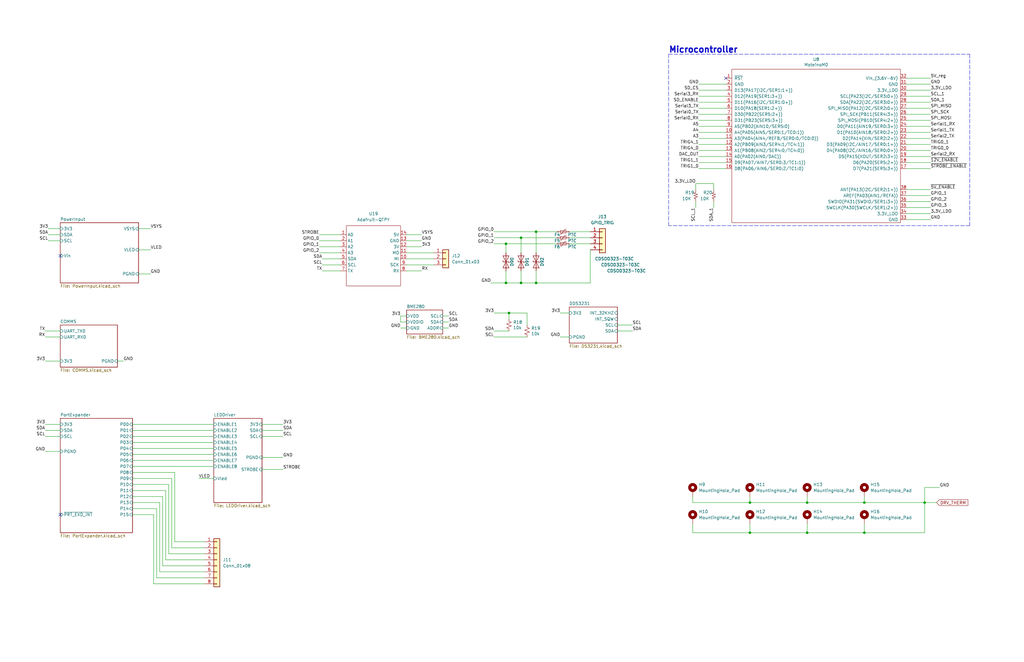
<source format=kicad_sch>
(kicad_sch (version 20211123) (generator eeschema)
  (paper "B")
  (title_block (title "BUM2 LED Controller") (date "2023-01-10") (rev "A"))
  (lib_symbols
    (symbol "Connector_Generic:Conn_01x03" (pin_names (offset 1.016) hide)
      (property "Reference" "J" (at 0 5.08 0))
      (property "Value" "Conn_01x03" (at 0 -5.08 0))
      (symbol "Conn_01x03_1_1"
        (rectangle (start -1.27 -2.413) (end 0 -2.667) (stroke (width 0.1524)))
        (rectangle (start -1.27 0.127) (end 0 -0.127) (stroke (width 0.1524)))
        (rectangle (start -1.27 2.667) (end 0 2.413) (stroke (width 0.1524)))
        (rectangle (start -1.27 3.81) (end 1.27 -3.81) (stroke (width 0.254)) (fill (type background)))
        (pin passive line (at -5.08 2.54 0) (length 3.81) (name "Pin_1") (number "1"))
        (pin passive line (at -5.08 0 0) (length 3.81) (name "Pin_2") (number "2"))
        (pin passive line (at -5.08 -2.54 0) (length 3.81) (name "Pin_3") (number "3"))
      )
    )
    (symbol "Connector_Generic:Conn_01x04" (pin_names (offset 1.016) hide)
      (property "Reference" "J" (at 0 5.08 0))
      (property "Value" "Conn_01x04" (at 0 -7.62 0))
      (symbol "Conn_01x04_1_1"
        (rectangle (start -1.27 -4.953) (end 0 -5.207) (stroke (width 0.1524)))
        (rectangle (start -1.27 -2.413) (end 0 -2.667) (stroke (width 0.1524)))
        (rectangle (start -1.27 0.127) (end 0 -0.127) (stroke (width 0.1524)))
        (rectangle (start -1.27 2.667) (end 0 2.413) (stroke (width 0.1524)))
        (rectangle (start -1.27 3.81) (end 1.27 -6.35) (stroke (width 0.254)) (fill (type background)))
        (pin passive line (at -5.08 2.54 0) (length 3.81) (name "Pin_1") (number "1"))
        (pin passive line (at -5.08 0 0) (length 3.81) (name "Pin_2") (number "2"))
        (pin passive line (at -5.08 -2.54 0) (length 3.81) (name "Pin_3") (number "3"))
        (pin passive line (at -5.08 -5.08 0) (length 3.81) (name "Pin_4") (number "4"))
      )
    )
    (symbol "Connector_Generic:Conn_01x08" (pin_names (offset 1.016) hide)
      (property "Reference" "J" (at 0 10.16 0))
      (property "Value" "Conn_01x08" (at 0 -12.7 0))
      (symbol "Conn_01x08_1_1"
        (rectangle (start -1.27 -10.033) (end 0 -10.287) (stroke (width 0.1524)))
        (rectangle (start -1.27 -7.493) (end 0 -7.747) (stroke (width 0.1524)))
        (rectangle (start -1.27 -4.953) (end 0 -5.207) (stroke (width 0.1524)))
        (rectangle (start -1.27 -2.413) (end 0 -2.667) (stroke (width 0.1524)))
        (rectangle (start -1.27 0.127) (end 0 -0.127) (stroke (width 0.1524)))
        (rectangle (start -1.27 2.667) (end 0 2.413) (stroke (width 0.1524)))
        (rectangle (start -1.27 5.207) (end 0 4.953) (stroke (width 0.1524)))
        (rectangle (start -1.27 7.747) (end 0 7.493) (stroke (width 0.1524)))
        (rectangle (start -1.27 8.89) (end 1.27 -11.43) (stroke (width 0.254)) (fill (type background)))
        (pin passive line (at -5.08 7.62 0) (length 3.81) (name "Pin_1") (number "1"))
        (pin passive line (at -5.08 5.08 0) (length 3.81) (name "Pin_2") (number "2"))
        (pin passive line (at -5.08 2.54 0) (length 3.81) (name "Pin_3") (number "3"))
        (pin passive line (at -5.08 0 0) (length 3.81) (name "Pin_4") (number "4"))
        (pin passive line (at -5.08 -2.54 0) (length 3.81) (name "Pin_5") (number "5"))
        (pin passive line (at -5.08 -5.08 0) (length 3.81) (name "Pin_6") (number "6"))
        (pin passive line (at -5.08 -7.62 0) (length 3.81) (name "Pin_7") (number "7"))
        (pin passive line (at -5.08 -10.16 0) (length 3.81) (name "Pin_8") (number "8"))
      )
    )
    (symbol "Device:R_Small_US" (pin_numbers hide) (pin_names (offset 0.254) hide)
      (property "Reference" "R" (at 0.762 0.508 0))
      (property "Value" "R_Small_US" (at 0.762 -1.016 0))
      (symbol "R_Small_US_1_1"
        (polyline (pts (xy 0 0) (xy 1.016 -0.381) (xy 0 -0.762) (xy -1.016 -1.143) (xy 0 -1.524)))
        (polyline (pts (xy 0 1.524) (xy 1.016 1.143) (xy 0 0.762) (xy -1.016 0.381) (xy 0 0)))
        (pin passive line (at 0 2.54 270) (length 1.016) (name "~") (number "1"))
        (pin passive line (at 0 -2.54 90) (length 1.016) (name "~") (number "2"))
      )
    )
    (symbol "Dual-Mag-Camera-Control-rescue:D_TVS-SPC-Control-rescue" (pin_numbers hide) (pin_names (offset 1.016) hide)
      (property "Reference" "D" (at 0 2.54 0))
      (property "Value" "D_TVS-SPC-Control-rescue" (at 0 -2.54 0))
      (symbol "D_TVS-SPC-Control-rescue_0_1"
        (polyline (pts (xy 1.27 0) (xy -1.27 0)))
        (polyline (pts (xy -2.54 -1.27) (xy 0 0) (xy -2.54 1.27) (xy -2.54 -1.27)) (stroke (width 0.2032)))
        (polyline (pts (xy 0.508 1.27) (xy 0 1.27) (xy 0 -1.27) (xy -0.508 -1.27)) (stroke (width 0.2032)))
        (polyline (pts (xy 2.54 1.27) (xy 2.54 -1.27) (xy 0 0) (xy 2.54 1.27)) (stroke (width 0.2032)))
      )
      (symbol "D_TVS-SPC-Control-rescue_1_1"
        (pin passive line (at -3.81 0 0) (length 2.54) (name "A1") (number "1"))
        (pin passive line (at 3.81 0 180) (length 2.54) (name "A2") (number "2"))
      )
    )
    (symbol "Dual-Mag-Camera-Control-rescue:MoteinoM0-ProjectDevices" (pin_names (offset 1.016))
      (property "Reference" "U" (at -15.24 26.67 0))
      (property "Value" "MoteinoM0-ProjectDevices" (at 49.53 26.67 0))
      (symbol "MoteinoM0-ProjectDevices_0_1"
        (rectangle (start -16.51 25.4) (end 54.61 -39.37))
      )
      (symbol "MoteinoM0-ProjectDevices_1_1"
        (pin bidirectional line (at -19.05 21.59 0) (length 2.54) (name "~{RST}") (number "1"))
        (pin bidirectional line (at -19.05 -1.27 0) (length 2.54) (name "A4(PA05(AIN5/SER0:1/TC0:1))") (number "10"))
        (pin bidirectional line (at -19.05 -3.81 0) (length 2.54) (name "A3(PA04(AIN4/REFB/SER0:0/TC0:0))") (number "11"))
        (pin bidirectional line (at -19.05 -6.35 0) (length 2.54) (name "A2(PB09(AIN3/SER4:1/TC4:1))") (number "12"))
        (pin bidirectional line (at -19.05 -8.89 0) (length 2.54) (name "A1(PB08(AIN2/SER4:0/TC4:0))") (number "13"))
        (pin bidirectional line (at -19.05 -11.43 0) (length 2.54) (name "A0(PA02(AIN0/DAC))") (number "14"))
        (pin bidirectional line (at -19.05 -13.97 0) (length 2.54) (name "D9(PA07/AIN7/SER0:3/TC1:1))") (number "15"))
        (pin bidirectional line (at -19.05 -16.51 0) (length 2.54) (name "D8(PA06/AIN6/SER0:2/TC1:0)") (number "16"))
        (pin bidirectional line (at 57.15 -16.51 180) (length 2.54) (name "D7(PA21(SER5:3+))") (number "17"))
        (pin bidirectional line (at 57.15 -13.97 180) (length 2.54) (name "D6(PA20(SER5:2+))") (number "18"))
        (pin bidirectional line (at 57.15 -11.43 180) (length 2.54) (name "D5(PA15(XOUT/SER2:3+))") (number "19"))
        (pin bidirectional line (at -19.05 19.05 0) (length 2.54) (name "GND") (number "2"))
        (pin bidirectional line (at 57.15 -8.89 180) (length 2.54) (name "D4(PA08(I2C/AIN16/SER0:0+))") (number "20"))
        (pin bidirectional line (at 57.15 -6.35 180) (length 2.54) (name "D3(PA09(I2C/AIN17/SER0:1+))") (number "21"))
        (pin bidirectional line (at 57.15 -3.81 180) (length 2.54) (name "D2(PA14(XIN/SER2:2+))") (number "22"))
        (pin bidirectional line (at 57.15 -1.27 180) (length 2.54) (name "D1(PA10(AIN18/SER0:2+))") (number "23"))
        (pin bidirectional line (at 57.15 1.27 180) (length 2.54) (name "D0(PA11(AIN19/SER0:3+))") (number "24"))
        (pin bidirectional line (at 57.15 3.81 180) (length 2.54) (name "SPI_MOSI(PB10(SER4:2+))") (number "25"))
        (pin bidirectional line (at 57.15 6.35 180) (length 2.54) (name "SPI_SCK(PB11(SER4:3+))") (number "26"))
        (pin bidirectional line (at 57.15 8.89 180) (length 2.54) (name "SPI_MISO(PA12(I2C/SER2:0+))") (number "27"))
        (pin bidirectional line (at 57.15 11.43 180) (length 2.54) (name "SDA(PA22(I2C/SER3:0+))") (number "28"))
        (pin bidirectional line (at 57.15 13.97 180) (length 2.54) (name "SCL(PA23(I2C/SER3:0+))") (number "29"))
        (pin bidirectional line (at -19.05 16.51 0) (length 2.54) (name "D13(PA17(I2C/SER1:1+))") (number "3"))
        (pin bidirectional line (at 57.15 16.51 180) (length 2.54) (name "3.3V_LDO") (number "30"))
        (pin bidirectional line (at 57.15 19.05 180) (length 2.54) (name "GND") (number "31"))
        (pin bidirectional line (at 57.15 21.59 180) (length 2.54) (name "Vin_(3.6V-6V)") (number "32"))
        (pin bidirectional line (at 57.15 -38.1 180) (length 2.54) (name "GND") (number "33"))
        (pin bidirectional line (at 57.15 -35.56 180) (length 2.54) (name "3.3V_LDO") (number "34"))
        (pin bidirectional line (at 57.15 -33.02 180) (length 2.54) (name "SWCLK(PA30(SWCLK/SER1:2+))") (number "35"))
        (pin bidirectional line (at 57.15 -30.48 180) (length 2.54) (name "SWDIO(PA31(SWDIO/SER1:3+))") (number "36"))
        (pin bidirectional line (at 57.15 -27.94 180) (length 2.54) (name "AREF(PA03(AIN1/REFA))") (number "37"))
        (pin bidirectional line (at 57.15 -25.4 180) (length 2.54) (name "ANT(PA13(I2C/SER2:1+))") (number "38"))
        (pin bidirectional line (at -19.05 13.97 0) (length 2.54) (name "D12(PA19(SER1:3+))") (number "4"))
        (pin bidirectional line (at -19.05 11.43 0) (length 2.54) (name "D11(PA16(I2C/SER1:0+))") (number "5"))
        (pin bidirectional line (at -19.05 8.89 0) (length 2.54) (name "D10(PA18(SER1:2+))") (number "6"))
        (pin bidirectional line (at -19.05 6.35 0) (length 2.54) (name "D30(PB22(SER5:2+))") (number "7"))
        (pin bidirectional line (at -19.05 3.81 0) (length 2.54) (name "D31(PB23(SER5:3+))") (number "8"))
        (pin bidirectional line (at -19.05 1.27 0) (length 2.54) (name "A5(PB02(AIN10/SER5:0)") (number "9"))
      )
    )
    (symbol "Dual-Mag-Camera-Control-rescue:Polyfuse_Small-SPC-Control-rescue" (pin_numbers hide) (pin_names (offset 0))
      (property "Reference" "F" (at -1.905 0 90))
      (property "Value" "Polyfuse_Small-SPC-Control-rescue" (at 1.905 0 90))
      (symbol "Polyfuse_Small-SPC-Control-rescue_0_1"
        (rectangle (start -0.508 1.27) (end 0.508 -1.27))
        (polyline (pts (xy 0 2.54) (xy 0 -2.54)))
        (polyline (pts (xy -1.016 1.27) (xy -1.016 0.762) (xy 1.016 -0.762) (xy 1.016 -1.27)))
      )
      (symbol "Polyfuse_Small-SPC-Control-rescue_1_1"
        (pin passive line (at 0 2.54 270) (length 0.635) (name "~") (number "1"))
        (pin passive line (at 0 -2.54 90) (length 0.635) (name "~") (number "2"))
      )
    )
    (symbol "Dual-Mag-Camera-Control-rescue:Resistor_small-SPC-Control-rescue-DeathStar-rescue-BUMP-Control-rescue" (pin_numbers hide) (pin_names (offset 0))
      (property "Reference" "R" (at 2.032 0 90))
      (property "Value" "Resistor_small-SPC-Control-rescue-DeathStar-rescue-BUMP-Control-rescue" (at -2.032 0.254 90))
      (symbol "Resistor_small-SPC-Control-rescue-DeathStar-rescue-BUMP-Control-rescue_0_1"
        (polyline (pts (xy 0 1.27) (xy -0.762 1.016) (xy 0.762 0.508) (xy -0.762 0) (xy 0.762 -0.508) (xy -0.762 -1.016) (xy 0 -1.27)))
      )
      (symbol "Resistor_small-SPC-Control-rescue-DeathStar-rescue-BUMP-Control-rescue_1_1"
        (pin passive line (at 0 2.54 270) (length 1.27) (name "~") (number "1"))
        (pin passive line (at 0 -2.54 90) (length 1.27) (name "~") (number "2"))
      )
    )
    (symbol "Mechanical:MountingHole_Pad" (pin_numbers hide) (pin_names (offset 1.016) hide)
      (property "Reference" "H" (at 0 6.35 0))
      (property "Value" "MountingHole_Pad" (at 0 4.445 0))
      (symbol "MountingHole_Pad_0_1"
        (circle (center 0 1.27) (radius 1.27) (stroke (width 1.27)))
      )
      (symbol "MountingHole_Pad_1_1"
        (pin input line (at 0 -2.54 90) (length 2.54) (name "1") (number "1"))
      )
    )
    (symbol "ProjectDevices:Adafruit-QTPY"
      (property "Reference" "U?" (at 0 17.78 0))
      (property "Value" "Adafruit-QTPY" (at 0 15.24 0))
      (symbol "Adafruit-QTPY_0_1"
        (rectangle (start -11.43 12.7) (end 11.43 -12.7))
      )
      (symbol "Adafruit-QTPY_1_1"
        (pin bidirectional line (at -13.97 8.89 0) (length 2.54) (name "A0") (number "1"))
        (pin bidirectional line (at 13.97 -1.27 180) (length 2.54) (name "MI") (number "10"))
        (pin bidirectional line (at 13.97 1.27 180) (length 2.54) (name "MO") (number "11"))
        (pin bidirectional line (at 13.97 3.81 180) (length 2.54) (name "3V") (number "12"))
        (pin bidirectional line (at 13.97 6.35 180) (length 2.54) (name "GND") (number "13"))
        (pin bidirectional line (at 13.97 8.89 180) (length 2.54) (name "5V") (number "14"))
        (pin bidirectional line (at -13.97 6.35 0) (length 2.54) (name "A1") (number "2"))
        (pin bidirectional line (at -13.97 3.81 0) (length 2.54) (name "A2") (number "3"))
        (pin bidirectional line (at -13.97 1.27 0) (length 2.54) (name "A3") (number "4"))
        (pin bidirectional line (at -13.97 -1.27 0) (length 2.54) (name "SDA") (number "5"))
        (pin bidirectional line (at -13.97 -3.81 0) (length 2.54) (name "SCL") (number "6"))
        (pin bidirectional line (at -13.97 -6.35 0) (length 2.54) (name "TX") (number "7"))
        (pin bidirectional line (at 13.97 -6.35 180) (length 2.54) (name "RX") (number "8"))
        (pin bidirectional line (at 13.97 -3.81 180) (length 2.54) (name "SCK") (number "9"))
      )
    )
  )
  (junction (at 316.23 224.79))
  (junction (at 389.89 212.09))
  (junction (at 364.49 224.79))
  (junction (at 213.36 102.87))
  (junction (at 364.49 212.09))
  (junction (at 340.36 224.79))
  (junction (at 316.23 212.09))
  (junction (at 213.36 119.38))
  (junction (at 214.63 132.08))
  (junction (at 340.36 212.09))
  (junction (at 226.06 97.79))
  (junction (at 226.06 119.38))
  (junction (at 219.71 100.33))
  (junction (at 219.71 119.38))
  (no_connect (at 25.4 107.95))
  (no_connect (at 25.4 217.17))
  (no_connect (at 306.07 33.02))
  (wire (pts (xy 382.27 38.1) (xy 392.43 38.1)))
  (wire (pts (xy 110.49 198.12) (xy 119.38 198.12)))
  (wire (pts (xy 171.45 111.76) (xy 182.88 111.76)))
  (wire (pts (xy 213.36 102.87) (xy 213.36 106.68)))
  (wire (pts (xy 340.36 212.09) (xy 364.49 212.09)))
  (wire (pts (xy 66.04 243.84) (xy 86.36 243.84)))
  (wire (pts (xy 294.64 45.72) (xy 306.07 45.72)))
  (wire (pts (xy 389.89 224.79) (xy 389.89 212.09)))
  (wire (pts (xy 382.27 33.02) (xy 392.43 33.02)))
  (wire (pts (xy 340.36 209.55) (xy 340.36 212.09)))
  (wire (pts (xy 171.45 99.06) (xy 177.8 99.06)))
  (wire (pts (xy 55.88 201.93) (xy 72.39 201.93)))
  (wire (pts (xy 110.49 179.07) (xy 119.38 179.07)))
  (wire (pts (xy 19.05 184.15) (xy 25.4 184.15)))
  (wire (pts (xy 110.49 193.04) (xy 119.38 193.04)))
  (wire (pts (xy 294.64 48.26) (xy 306.07 48.26)))
  (wire (pts (xy 306.07 66.04) (xy 294.64 66.04)))
  (wire (pts (xy 19.05 179.07) (xy 25.4 179.07)))
  (wire (pts (xy 240.03 97.79) (xy 248.92 97.79)))
  (wire (pts (xy 294.64 38.1) (xy 306.07 38.1)))
  (wire (pts (xy 69.85 207.01) (xy 69.85 236.22)))
  (wire (pts (xy 55.88 207.01) (xy 69.85 207.01)))
  (wire (pts (xy 168.91 133.35) (xy 171.45 133.35)))
  (wire (pts (xy 55.88 199.39) (xy 73.66 199.39)))
  (wire (pts (xy 55.88 191.77) (xy 90.17 191.77)))
  (wire (pts (xy 396.24 205.74) (xy 389.89 205.74)))
  (wire (pts (xy 316.23 220.98) (xy 316.23 224.79)))
  (wire (pts (xy 316.23 224.79) (xy 340.36 224.79)))
  (wire (pts (xy 134.62 106.68) (xy 143.51 106.68)))
  (wire (pts (xy 134.62 99.06) (xy 143.51 99.06)))
  (wire (pts (xy 110.49 181.61) (xy 119.38 181.61)))
  (wire (pts (xy 186.69 133.35) (xy 189.23 133.35)))
  (wire (pts (xy 340.36 220.98) (xy 340.36 224.79)))
  (wire (pts (xy 382.27 43.18) (xy 392.43 43.18)))
  (wire (pts (xy 55.88 186.69) (xy 90.17 186.69)))
  (wire (pts (xy 316.23 212.09) (xy 340.36 212.09)))
  (wire (pts (xy 382.27 87.63) (xy 392.43 87.63)))
  (wire (pts (xy 214.63 132.08) (xy 222.25 132.08)))
  (wire (pts (xy 300.99 87.63) (xy 300.99 85.09)))
  (wire (pts (xy 55.88 196.85) (xy 90.17 196.85)))
  (wire (pts (xy 240.03 102.87) (xy 248.92 102.87)))
  (wire (pts (xy 134.62 104.14) (xy 143.51 104.14)))
  (wire (pts (xy 135.89 114.3) (xy 143.51 114.3)))
  (wire (pts (xy 382.27 80.01) (xy 392.43 80.01)))
  (wire (pts (xy 71.12 204.47) (xy 71.12 233.68)))
  (wire (pts (xy 58.42 96.52) (xy 63.5 96.52)))
  (wire (pts (xy 382.27 68.58) (xy 392.43 68.58)))
  (wire (pts (xy 66.04 214.63) (xy 66.04 243.84)))
  (wire (pts (xy 19.05 139.7) (xy 25.4 139.7)))
  (wire (pts (xy 382.27 58.42) (xy 392.43 58.42)))
  (wire (pts (xy 364.49 209.55) (xy 364.49 212.09)))
  (wire (pts (xy 306.07 60.96) (xy 294.64 60.96)))
  (wire (pts (xy 292.1 224.79) (xy 316.23 224.79)))
  (wire (pts (xy 207.01 119.38) (xy 213.36 119.38)))
  (wire (pts (xy 20.32 101.6) (xy 25.4 101.6)))
  (wire (pts (xy 55.88 194.31) (xy 90.17 194.31)))
  (wire (pts (xy 64.77 246.38) (xy 86.36 246.38)))
  (wire (pts (xy 248.92 105.41) (xy 248.92 119.38)))
  (wire (pts (xy 19.05 152.4) (xy 25.4 152.4)))
  (wire (pts (xy 292.1 220.98) (xy 292.1 224.79)))
  (wire (pts (xy 226.06 119.38) (xy 219.71 119.38)))
  (wire (pts (xy 382.27 66.04) (xy 392.43 66.04)))
  (wire (pts (xy 55.88 212.09) (xy 67.31 212.09)))
  (wire (pts (xy 208.28 142.24) (xy 222.25 142.24)))
  (wire (pts (xy 306.07 71.12) (xy 294.64 71.12)))
  (wire (pts (xy 364.49 220.98) (xy 364.49 224.79)))
  (wire (pts (xy 58.42 105.41) (xy 63.5 105.41)))
  (wire (pts (xy 392.43 55.88) (xy 382.27 55.88)))
  (wire (pts (xy 293.37 80.01) (xy 293.37 77.47)))
  (wire (pts (xy 208.28 102.87) (xy 213.36 102.87)))
  (wire (pts (xy 135.89 111.76) (xy 143.51 111.76)))
  (wire (pts (xy 293.37 87.63) (xy 293.37 85.09)))
  (wire (pts (xy 55.88 214.63) (xy 66.04 214.63)))
  (wire (pts (xy 19.05 190.5) (xy 25.4 190.5)))
  (wire (pts (xy 171.45 104.14) (xy 177.8 104.14)))
  (wire (pts (xy 73.66 228.6) (xy 86.36 228.6)))
  (wire (pts (xy 71.12 233.68) (xy 86.36 233.68)))
  (wire (pts (xy 306.07 50.8) (xy 294.64 50.8)))
  (wire (pts (xy 300.99 80.01) (xy 300.99 77.47)))
  (wire (pts (xy 171.45 101.6) (xy 177.8 101.6)))
  (wire (pts (xy 58.42 115.57) (xy 63.5 115.57)))
  (wire (pts (xy 55.88 189.23) (xy 90.17 189.23)))
  (wire (pts (xy 68.58 238.76) (xy 86.36 238.76)))
  (wire (pts (xy 340.36 224.79) (xy 364.49 224.79)))
  (wire (pts (xy 382.27 40.64) (xy 392.43 40.64)))
  (wire (pts (xy 294.64 35.56) (xy 306.07 35.56)))
  (wire (pts (xy 55.88 209.55) (xy 68.58 209.55)))
  (wire (pts (xy 219.71 100.33) (xy 219.71 106.68)))
  (wire (pts (xy 294.64 53.34) (xy 306.07 53.34)))
  (wire (pts (xy 226.06 97.79) (xy 234.95 97.79)))
  (wire (pts (xy 382.27 50.8) (xy 392.43 50.8)))
  (wire (pts (xy 316.23 209.55) (xy 316.23 212.09)))
  (wire (pts (xy 19.05 142.24) (xy 25.4 142.24)))
  (wire (pts (xy 214.63 134.62) (xy 214.63 132.08)))
  (wire (pts (xy 392.43 60.96) (xy 382.27 60.96)))
  (wire (pts (xy 55.88 204.47) (xy 71.12 204.47)))
  (wire (pts (xy 67.31 241.3) (xy 86.36 241.3)))
  (wire (pts (xy 260.35 139.7) (xy 266.7 139.7)))
  (wire (pts (xy 240.03 100.33) (xy 248.92 100.33)))
  (wire (pts (xy 72.39 201.93) (xy 72.39 231.14)))
  (wire (pts (xy 294.64 58.42) (xy 306.07 58.42)))
  (wire (pts (xy 382.27 35.56) (xy 392.43 35.56)))
  (wire (pts (xy 226.06 114.3) (xy 226.06 119.38)))
  (wire (pts (xy 72.39 231.14) (xy 86.36 231.14)))
  (wire (pts (xy 213.36 114.3) (xy 213.36 119.38)))
  (wire (pts (xy 382.27 63.5) (xy 392.43 63.5)))
  (wire (pts (xy 248.92 119.38) (xy 226.06 119.38)))
  (wire (pts (xy 260.35 137.16) (xy 266.7 137.16)))
  (wire (pts (xy 392.43 48.26) (xy 382.27 48.26)))
  (wire (pts (xy 67.31 212.09) (xy 67.31 241.3)))
  (wire (pts (xy 134.62 101.6) (xy 143.51 101.6)))
  (wire (pts (xy 208.28 139.7) (xy 214.63 139.7)))
  (polyline (pts (xy 408.94 22.86) (xy 408.94 95.25)))
  (wire (pts (xy 392.43 71.12) (xy 382.27 71.12)))
  (wire (pts (xy 73.66 199.39) (xy 73.66 228.6)))
  (wire (pts (xy 389.89 205.74) (xy 389.89 212.09)))
  (wire (pts (xy 382.27 90.17) (xy 392.43 90.17)))
  (wire (pts (xy 69.85 236.22) (xy 86.36 236.22)))
  (wire (pts (xy 236.22 142.24) (xy 240.03 142.24)))
  (wire (pts (xy 186.69 138.43) (xy 189.23 138.43)))
  (wire (pts (xy 110.49 184.15) (xy 119.38 184.15)))
  (wire (pts (xy 208.28 100.33) (xy 219.71 100.33)))
  (wire (pts (xy 19.05 181.61) (xy 25.4 181.61)))
  (wire (pts (xy 219.71 114.3) (xy 219.71 119.38)))
  (wire (pts (xy 55.88 181.61) (xy 90.17 181.61)))
  (wire (pts (xy 294.64 40.64) (xy 306.07 40.64)))
  (wire (pts (xy 222.25 132.08) (xy 222.25 137.16)))
  (wire (pts (xy 392.43 85.09) (xy 382.27 85.09)))
  (wire (pts (xy 294.64 68.58) (xy 306.07 68.58)))
  (wire (pts (xy 219.71 100.33) (xy 234.95 100.33)))
  (wire (pts (xy 214.63 132.08) (xy 208.28 132.08)))
  (wire (pts (xy 292.1 212.09) (xy 316.23 212.09)))
  (wire (pts (xy 382.27 82.55) (xy 392.43 82.55)))
  (wire (pts (xy 68.58 209.55) (xy 68.58 238.76)))
  (wire (pts (xy 171.45 109.22) (xy 182.88 109.22)))
  (wire (pts (xy 64.77 217.17) (xy 64.77 246.38)))
  (wire (pts (xy 90.17 201.93) (xy 83.82 201.93)))
  (wire (pts (xy 293.37 77.47) (xy 300.99 77.47)))
  (wire (pts (xy 189.23 135.89) (xy 186.69 135.89)))
  (wire (pts (xy 49.53 152.4) (xy 52.07 152.4)))
  (wire (pts (xy 168.91 138.43) (xy 171.45 138.43)))
  (polyline (pts (xy 408.94 95.25) (xy 281.94 95.25)))
  (wire (pts (xy 171.45 135.89) (xy 168.91 135.89)))
  (wire (pts (xy 168.91 135.89) (xy 168.91 133.35)))
  (wire (pts (xy 364.49 224.79) (xy 389.89 224.79)))
  (wire (pts (xy 213.36 102.87) (xy 234.95 102.87)))
  (wire (pts (xy 55.88 184.15) (xy 90.17 184.15)))
  (wire (pts (xy 382.27 45.72) (xy 392.43 45.72)))
  (wire (pts (xy 135.89 109.22) (xy 143.51 109.22)))
  (wire (pts (xy 294.64 63.5) (xy 306.07 63.5)))
  (wire (pts (xy 236.22 132.08) (xy 240.03 132.08)))
  (wire (pts (xy 219.71 119.38) (xy 213.36 119.38)))
  (wire (pts (xy 20.32 96.52) (xy 25.4 96.52)))
  (wire (pts (xy 208.28 97.79) (xy 226.06 97.79)))
  (wire (pts (xy 20.32 99.06) (xy 25.4 99.06)))
  (wire (pts (xy 364.49 212.09) (xy 389.89 212.09)))
  (polyline (pts (xy 281.94 95.25) (xy 281.94 22.86)))
  (wire (pts (xy 226.06 97.79) (xy 226.06 106.68)))
  (wire (pts (xy 382.27 92.71) (xy 392.43 92.71)))
  (wire (pts (xy 389.89 212.09) (xy 394.97 212.09)))
  (wire (pts (xy 55.88 217.17) (xy 64.77 217.17)))
  (wire (pts (xy 171.45 114.3) (xy 177.8 114.3)))
  (wire (pts (xy 306.07 43.18) (xy 294.64 43.18)))
  (wire (pts (xy 292.1 209.55) (xy 292.1 212.09)))
  (wire (pts (xy 306.07 55.88) (xy 294.64 55.88)))
  (wire (pts (xy 382.27 53.34) (xy 392.43 53.34)))
  (polyline (pts (xy 281.94 22.86) (xy 408.94 22.86)))
  (wire (pts (xy 55.88 179.07) (xy 90.17 179.07)))
  (wire (pts (xy 171.45 106.68) (xy 182.88 106.68)))
  (text "Microcontroller\n\n" (at 281.94 26.67 0) (effects (font (size 2.54 2.54) (thickness 0.508) bold) (justify left bottom)))
  (label "SPI_MOSI" (at 392.43 50.8 0))
  (label "SPI_SCK" (at 392.43 48.26 0))
  (label "~{STROBE_ENABLE}" (at 392.43 71.12 0))
  (label "GPIO_2" (at 208.28 102.87 180))
  (label "3V3" (at 236.22 132.08 180))
  (label "SCL_1" (at 293.37 87.63 270))
  (label "TRIG0_0" (at 392.43 63.5 0))
  (label "GPIO_2" (at 134.62 106.68 180))
  (label "Serial2_TX" (at 392.43 58.42 0))
  (label "TX" (at 135.89 114.3 180))
  (label "SCL" (at 19.05 184.15 180))
  (label "SCL" (at 20.32 101.6 180))
  (label "GND" (at 168.91 138.43 180))
  (label "GND" (at 294.64 35.56 180))
  (label "Serial1_RX" (at 392.43 53.34 0))
  (label "~{5V_ENABLE}" (at 392.43 80.01 0))
  (label "3V3" (at 168.91 133.35 180))
  (label "SDA" (at 208.28 139.7 180))
  (label "3V3" (at 20.32 96.52 180))
  (label "SCL" (at 208.28 142.24 180))
  (label "RX" (at 19.05 142.24 180))
  (label "GPIO_3" (at 392.43 87.63 0))
  (label "GND" (at 19.05 190.5 180))
  (label "DAC_OUT" (at 294.64 66.04 180))
  (label "Serial3_RX" (at 294.64 40.64 180))
  (label "SCL" (at 266.7 137.16 0))
  (label "VSYS" (at 177.8 99.06 0))
  (label "GPIO_0" (at 134.62 101.6 180))
  (label "TRIG0_1" (at 392.43 60.96 0))
  (label "~{12V_ENABLE}" (at 392.43 68.58 0))
  (label "5V_reg" (at 392.43 33.02 0))
  (label "GND" (at 392.43 35.56 0))
  (label "SD_ENABLE" (at 294.64 43.18 180))
  (label "GND" (at 236.22 142.24 180))
  (label "SDA_1" (at 300.99 87.63 270))
  (label "VSYS" (at 63.5 96.52 0))
  (label "GND" (at 177.8 101.6 0))
  (label "GND" (at 52.07 152.4 0))
  (label "SDA" (at 119.38 181.61 0))
  (label "SDA" (at 266.7 139.7 0))
  (label "GPIO_1" (at 392.43 82.55 0))
  (label "3V3" (at 19.05 179.07 180))
  (label "SCL" (at 189.23 133.35 0))
  (label "Serial3_TX" (at 294.64 45.72 180))
  (label "VLED" (at 83.82 201.93 0))
  (label "SDA" (at 20.32 99.06 180))
  (label "A5" (at 294.64 53.34 180))
  (label "3.3V_LDO" (at 392.43 38.1 0))
  (label "RX" (at 177.8 114.3 0))
  (label "GPIO_2" (at 392.43 85.09 0))
  (label "TRIG4_1" (at 294.64 60.96 180))
  (label "SD_CS" (at 294.64 38.1 180))
  (label "Serial1_TX" (at 392.43 55.88 0))
  (label "GND" (at 63.5 115.57 0))
  (label "STROBE" (at 134.62 99.06 180))
  (label "GPIO_1" (at 208.28 100.33 180))
  (label "Serial0_TX" (at 294.64 48.26 180))
  (label "TRIG4_0" (at 294.64 63.5 180))
  (label "3V3" (at 208.28 132.08 180))
  (label "Serial2_RX" (at 392.43 66.04 0))
  (label "3.3V_LDO" (at 293.37 77.47 180))
  (label "SDA" (at 19.05 181.61 180))
  (label "3V3" (at 119.38 179.07 0))
  (label "SPI_MISO" (at 392.43 45.72 0))
  (label "SDA_1" (at 392.43 43.18 0))
  (label "TX" (at 19.05 139.7 180))
  (label "SCL_1" (at 392.43 40.64 0))
  (label "TRIG1_0" (at 294.64 71.12 180))
  (label "TRIG1_1" (at 294.64 68.58 180))
  (label "GPIO_0" (at 208.28 97.79 180))
  (label "VLED" (at 63.5 105.41 0))
  (label "GND" (at 396.24 205.74 0))
  (label "3.3V_LDO" (at 392.43 90.17 0))
  (label "GND" (at 189.23 138.43 0))
  (label "GPIO_1" (at 134.62 104.14 180))
  (label "SDA" (at 135.89 109.22 180))
  (label "GND" (at 207.01 119.38 180))
  (label "Serial0_RX" (at 294.64 50.8 180))
  (label "SDA" (at 189.23 135.89 0))
  (label "STROBE" (at 119.38 198.12 0))
  (label "3V3" (at 177.8 104.14 0))
  (label "GND" (at 392.43 92.71 0))
  (label "A4" (at 294.64 55.88 180))
  (label "SCL" (at 135.89 111.76 180))
  (label "GND" (at 119.38 193.04 0))
  (label "SCL" (at 119.38 184.15 0))
  (label "3V3" (at 19.05 152.4 180))
  (label "A3" (at 294.64 58.42 180))
  (global_label "DRV_THERM" (shape input) (at 394.97 212.09 0) (property "Intersheet References" "${INTERSHEET_REFS}" (effects hide)))
  (symbol (lib_id "Dual-Mag-Camera-Control-rescue:MoteinoM0-ProjectDevices") (at 325.12 54.61 0) (unit 1)
    (property "Reference" "U8" (at 344.17 25.019 0))
    (property "Value" "MoteinoM0" (at 344.17 27.3304 0))
    (property "Footprint" "ProjectFootprints:MoteinoM0" (effects hide))
    (property "Datasheet" "https://lowpowerlab.com/guide/moteino/moteinom0/" (effects hide))
    (property "Part Number" "MoteinoM0" (effects hide))
    (property "Supplier" "low power lab" (effects hide))
    (property "Link" "https://lowpowerlab.com/guide/moteino/moteinom0/" (effects hide))
  )
  (symbol (lib_id "Dual-Mag-Camera-Control-rescue:Resistor_small-SPC-Control-rescue-DeathStar-rescue-BUMP-Control-rescue") (at 300.99 82.55 0) (unit 1)
    (property "Reference" "R20" (at 298.45 81.28 0))
    (property "Value" "10K" (at 297.18 83.82 0))
    (property "Footprint" "Resistor_SMD:R_0603_1608Metric_Pad1.05x0.95mm_HandSolder" (effects hide))
    (property "Datasheet" "http://www.vishay.com/docs/28705/mcx0x0xpro.pdf" (effects hide))
    (property "Part Number" "MCT0603-10.0K-CFCT-ND" (effects hide))
    (property "Supplier" "Digikey" (effects hide))
    (property "Link" "https://www.digikey.com/product-detail/en/vishay-beyschlag/MCT06030C1002FP500/MCT0603-10.0K-CFCT-ND/2607933" (effects hide))
  )
  (symbol (lib_id "Dual-Mag-Camera-Control-rescue:Resistor_small-SPC-Control-rescue-DeathStar-rescue-BUMP-Control-rescue") (at 293.37 82.55 0) (unit 1)
    (property "Reference" "R19" (at 290.83 81.28 0))
    (property "Value" "10K" (at 289.56 83.82 0))
    (property "Footprint" "Resistor_SMD:R_0603_1608Metric_Pad1.05x0.95mm_HandSolder" (effects hide))
    (property "Datasheet" "http://www.vishay.com/docs/28705/mcx0x0xpro.pdf" (effects hide))
    (property "Part Number" "MCT0603-10.0K-CFCT-ND" (effects hide))
    (property "Supplier" "Digikey" (effects hide))
    (property "Link" "https://www.digikey.com/product-detail/en/vishay-beyschlag/MCT06030C1002FP500/MCT0603-10.0K-CFCT-ND/2607933" (effects hide))
  )
  (symbol (lib_id "Mechanical:MountingHole_Pad") (at 292.1 207.01 0) (unit 1)
    (property "Reference" "H9" (at 294.64 204.4699 0) (effects (justify left)))
    (property "Value" "MountingHole_Pad" (at 294.64 207.0099 0) (effects (justify left)))
    (property "Footprint" "MountingHole:MountingHole_3.2mm_M3_ISO14580_Pad" (effects hide))
  )
  (symbol (lib_id "Mechanical:MountingHole_Pad") (at 364.49 207.01 0) (unit 1)
    (property "Reference" "H15" (at 367.03 204.4699 0) (effects (justify left)))
    (property "Value" "MountingHole_Pad" (at 367.03 207.0099 0) (effects (justify left)))
    (property "Footprint" "MountingHole:MountingHole_3.2mm_M3_ISO14580_Pad" (effects hide))
  )
  (symbol (lib_id "Device:R_Small_US") (at 214.63 137.16 180) (unit 1)
    (property "Reference" "R18" (at 216.3572 135.9916 0) (effects (justify right)))
    (property "Value" "10k" (at 216.3572 138.303 0) (effects (justify right)))
    (property "Footprint" "Resistor_SMD:R_0603_1608Metric" (effects hide))
    (property "Datasheet" "https://www.te.com/commerce/DocumentDelivery/DDEController?Action=srchrtrv&DocNm=1773204&DocType=DS&DocLang=English" (effects hide))
    (property "Link" "https://www.digikey.com/en/products/detail/te-connectivity-passive-product/CRG0603F10K/2055639?s=N4IgTCBcDaIIIEYAMA2JAWAHAYQCoFoA5AERAF0BfIA" (effects hide))
    (property "Part Number" "A106048CT-ND" (effects hide))
    (property "Supplier" "Digikey" (effects hide))
  )
  (symbol (lib_id "Dual-Mag-Camera-Control-rescue:Polyfuse_Small-SPC-Control-rescue") (at 237.49 97.79 270) (unit 1)
    (property "Reference" "F4" (at 234.95 99.06 90))
    (property "Value" "PTC" (at 241.3 99.06 90))
    (property "Footprint" "Resistor_SMD:R_1210_3225Metric" (effects hide))
    (property "Datasheet" "https://en.tdk.eu/inf/55/db/PTC/PTC_OC_SMD_0402_0603_1210_24V_230V.pdf" (effects hide))
    (property "Part Number" "495-3878-1-ND" (effects hide))
    (property "Supplier" "Digikey" (effects hide))
    (property "Link" "Value" (effects hide))
  )
  (symbol (lib_id "Dual-Mag-Camera-Control-rescue:D_TVS-SPC-Control-rescue") (at 226.06 110.49 270) (unit 1)
    (property "Reference" "D92" (at 228.6 110.49 0))
    (property "Value" "CDSOD323-T03C" (at 259.08 109.22 90))
    (property "Footprint" "Diode_SMD:D_SOD-323" (effects hide))
    (property "Datasheet" "https://www.digikey.com/product-detail/en/bourns-inc/CDSOD323-T15C/CDSOD323-T15CCT-ND/3742034" (effects hide))
    (property "Part Number" "CDSOD323-T03CCT-ND" (effects hide))
    (property "Supplier" "Digikey" (effects hide))
    (property "Link" "https://www.digikey.com/en/products/detail/bourns-inc/CDSOD323-T03C/3742077" (effects hide))
  )
  (symbol (lib_id "Mechanical:MountingHole_Pad") (at 292.1 218.44 0) (unit 1)
    (property "Reference" "H10" (at 294.64 215.8999 0) (effects (justify left)))
    (property "Value" "MountingHole_Pad" (at 294.64 218.4399 0) (effects (justify left)))
    (property "Footprint" "MountingHole:MountingHole_3.2mm_M3_ISO14580_Pad" (effects hide))
  )
  (symbol (lib_id "Dual-Mag-Camera-Control-rescue:D_TVS-SPC-Control-rescue") (at 213.36 110.49 270) (unit 1)
    (property "Reference" "D90" (at 215.9 110.49 0))
    (property "Value" "CDSOD323-T03C" (at 264.16 114.3 90))
    (property "Footprint" "Diode_SMD:D_SOD-323" (effects hide))
    (property "Datasheet" "https://www.digikey.com/product-detail/en/bourns-inc/CDSOD323-T15C/CDSOD323-T15CCT-ND/3742034" (effects hide))
    (property "Part Number" "CDSOD323-T03CCT-ND" (effects hide))
    (property "Supplier" "Digikey" (effects hide))
    (property "Link" "https://www.digikey.com/en/products/detail/bourns-inc/CDSOD323-T03C/3742077" (effects hide))
  )
  (symbol (lib_id "Connector_Generic:Conn_01x03") (at 187.96 109.22 0) (unit 1)
    (property "Reference" "J12" (at 190.5 107.9499 0) (effects (justify left)))
    (property "Value" "Conn_01x03" (at 190.5 110.4899 0) (effects (justify left)))
    (property "Footprint" "Connector_PinHeader_2.54mm:PinHeader_1x03_P2.54mm_Vertical" (effects hide))
  )
  (symbol (lib_id "Mechanical:MountingHole_Pad") (at 340.36 207.01 0) (unit 1)
    (property "Reference" "H13" (at 342.9 204.4699 0) (effects (justify left)))
    (property "Value" "MountingHole_Pad" (at 342.9 207.0099 0) (effects (justify left)))
    (property "Footprint" "MountingHole:MountingHole_3.2mm_M3_ISO14580_Pad" (effects hide))
  )
  (symbol (lib_id "Mechanical:MountingHole_Pad") (at 316.23 207.01 0) (unit 1)
    (property "Reference" "H11" (at 318.77 204.4699 0) (effects (justify left)))
    (property "Value" "MountingHole_Pad" (at 318.77 207.0099 0) (effects (justify left)))
    (property "Footprint" "MountingHole:MountingHole_3.2mm_M3_ISO14580_Pad" (effects hide))
  )
  (symbol (lib_id "ProjectDevices:Adafruit-QTPY") (at 157.48 107.95 0) (unit 1)
    (property "Reference" "U19" (at 157.48 90.17 0))
    (property "Value" "Adafruit-QTPY" (at 157.48 92.71 0))
    (property "Footprint" "ProjectFootprints:Adafruit-QTPY" (effects hide))
    (property "Datasheet" "https://cdn-learn.adafruit.com/downloads/pdf/adafruit-qt-py.pdf" (effects hide))
    (property "Part Number" "1528-4600-ND" (effects hide))
    (property "Supplier" "Digikey" (effects hide))
    (property "Link" "https://www.digikey.com/en/products/detail/adafruit-industries-llc/4600/13543375" (effects hide))
  )
  (symbol (lib_id "Dual-Mag-Camera-Control-rescue:Polyfuse_Small-SPC-Control-rescue") (at 237.49 102.87 270) (unit 1)
    (property "Reference" "F6" (at 234.95 104.14 90))
    (property "Value" "PTC" (at 241.3 104.14 90))
    (property "Footprint" "Resistor_SMD:R_1210_3225Metric" (effects hide))
    (property "Datasheet" "https://en.tdk.eu/inf/55/db/PTC/PTC_OC_SMD_0402_0603_1210_24V_230V.pdf" (effects hide))
    (property "Part Number" "495-3878-1-ND" (effects hide))
    (property "Supplier" "Digikey" (effects hide))
    (property "Link" "Value" (effects hide))
  )
  (symbol (lib_id "Dual-Mag-Camera-Control-rescue:D_TVS-SPC-Control-rescue") (at 219.71 110.49 270) (unit 1)
    (property "Reference" "D91" (at 222.25 110.49 0))
    (property "Value" "CDSOD323-T03C" (at 261.62 111.76 90))
    (property "Footprint" "Diode_SMD:D_SOD-323" (effects hide))
    (property "Datasheet" "https://www.digikey.com/product-detail/en/bourns-inc/CDSOD323-T15C/CDSOD323-T15CCT-ND/3742034" (effects hide))
    (property "Part Number" "CDSOD323-T03CCT-ND" (effects hide))
    (property "Supplier" "Digikey" (effects hide))
    (property "Link" "https://www.digikey.com/en/products/detail/bourns-inc/CDSOD323-T03C/3742077" (effects hide))
  )
  (symbol (lib_id "Connector_Generic:Conn_01x08") (at 91.44 236.22 0) (unit 1)
    (property "Reference" "J11" (at 93.98 236.2199 0) (effects (justify left)))
    (property "Value" "Conn_01x08" (at 93.98 238.7599 0) (effects (justify left)))
    (property "Footprint" "Connector_PinHeader_2.54mm:PinHeader_1x08_P2.54mm_Vertical" (effects hide))
  )
  (symbol (lib_id "Mechanical:MountingHole_Pad") (at 340.36 218.44 0) (unit 1)
    (property "Reference" "H14" (at 342.9 215.8999 0) (effects (justify left)))
    (property "Value" "MountingHole_Pad" (at 342.9 218.4399 0) (effects (justify left)))
    (property "Footprint" "MountingHole:MountingHole_3.2mm_M3_ISO14580_Pad" (effects hide))
  )
  (symbol (lib_id "Dual-Mag-Camera-Control-rescue:Polyfuse_Small-SPC-Control-rescue") (at 237.49 100.33 270) (unit 1)
    (property "Reference" "F5" (at 234.95 101.6 90))
    (property "Value" "PTC" (at 241.3 101.6 90))
    (property "Footprint" "Resistor_SMD:R_1210_3225Metric" (effects hide))
    (property "Datasheet" "https://en.tdk.eu/inf/55/db/PTC/PTC_OC_SMD_0402_0603_1210_24V_230V.pdf" (effects hide))
    (property "Part Number" "495-3878-1-ND" (effects hide))
    (property "Supplier" "Digikey" (effects hide))
    (property "Link" "Value" (effects hide))
  )
  (symbol (lib_id "Mechanical:MountingHole_Pad") (at 364.49 218.44 0) (unit 1)
    (property "Reference" "H16" (at 367.03 215.8999 0) (effects (justify left)))
    (property "Value" "MountingHole_Pad" (at 367.03 218.4399 0) (effects (justify left)))
    (property "Footprint" "MountingHole:MountingHole_3.2mm_M3_ISO14580_Pad" (effects hide))
  )
  (symbol (lib_id "Device:R_Small_US") (at 222.25 139.7 180) (unit 1)
    (property "Reference" "R19" (at 223.9772 138.5316 0) (effects (justify right)))
    (property "Value" "10k" (at 223.9772 140.843 0) (effects (justify right)))
    (property "Footprint" "Resistor_SMD:R_0603_1608Metric" (effects hide))
    (property "Datasheet" "https://www.te.com/commerce/DocumentDelivery/DDEController?Action=srchrtrv&DocNm=1773204&DocType=DS&DocLang=English" (effects hide))
    (property "Link" "https://www.digikey.com/en/products/detail/te-connectivity-passive-product/CRG0603F10K/2055639?s=N4IgTCBcDaIIIEYAMA2JAWAHAYQCoFoA5AERAF0BfIA" (effects hide))
    (property "Part Number" "A106048CT-ND" (effects hide))
    (property "Supplier" "Digikey" (effects hide))
  )
  (symbol (lib_id "Connector_Generic:Conn_01x04") (at 254 100.33 0) (unit 1)
    (property "Reference" "J13" (at 254 91.44 0))
    (property "Value" "GPIO_TRIG" (at 254 93.98 0))
    (property "Footprint" "ProjectFootprints:PTSM-04-SMD" (effects hide))
  )
  (symbol (lib_id "Mechanical:MountingHole_Pad") (at 316.23 218.44 0) (unit 1)
    (property "Reference" "H12" (at 318.77 215.8999 0) (effects (justify left)))
    (property "Value" "MountingHole_Pad" (at 318.77 218.4399 0) (effects (justify left)))
    (property "Footprint" "MountingHole:MountingHole_3.2mm_M3_ISO14580_Pad" (effects hide))
  )
  (sheet (at 90.17 176.53) (size 20.32 35.56) (stroke (width 0.1524))
    (property "Sheet name" "LEDDriver" (at 90.17 175.8184 0) (effects (justify left bottom)))
    (property "Sheet file" "LEDDriver.kicad_sch" (at 90.17 212.6746 0) (effects (justify left top)))
    (pin "PGND" input (at 110.49 193.04 0))
    (pin "Vled" input (at 90.17 201.93 180))
    (pin "SCL" input (at 110.49 184.15 0))
    (pin "SDA" input (at 110.49 181.61 0))
    (pin "3V3" input (at 110.49 179.07 0))
    (pin "ENABLE4" input (at 90.17 186.69 180))
    (pin "STROBE" input (at 110.49 198.12 0))
    (pin "ENABLE8" input (at 90.17 196.85 180))
    (pin "ENABLE2" input (at 90.17 181.61 180))
    (pin "ENABLE5" input (at 90.17 189.23 180))
    (pin "ENABLE6" input (at 90.17 191.77 180))
    (pin "ENABLE7" input (at 90.17 194.31 180))
    (pin "ENABLE3" input (at 90.17 184.15 180))
    (pin "ENABLE1" input (at 90.17 179.07 180))
  )
  (sheet (at 25.4 176.53) (size 30.48 48.26) (stroke (width 0.1524))
    (property "Sheet name" "PortExpander" (at 25.4 175.8184 0) (effects (justify left bottom)))
    (property "Sheet file" "PortExpander.kicad_sch" (at 25.4 225.3746 0) (effects (justify left top)))
    (pin "P13" input (at 55.88 212.09 0))
    (pin "P00" input (at 55.88 179.07 0))
    (pin "P01" input (at 55.88 181.61 0))
    (pin "P14" input (at 55.88 214.63 0))
    (pin "P15" input (at 55.88 217.17 0))
    (pin "P11" input (at 55.88 207.01 0))
    (pin "P10" input (at 55.88 204.47 0))
    (pin "P09" input (at 55.88 201.93 0))
    (pin "P12" input (at 55.88 209.55 0))
    (pin "P07" input (at 55.88 196.85 0))
    (pin "P06" input (at 55.88 194.31 0))
    (pin "P05" input (at 55.88 191.77 0))
    (pin "P04" input (at 55.88 189.23 0))
    (pin "P08" input (at 55.88 199.39 0))
    (pin "SDA" input (at 25.4 181.61 180))
    (pin "3V3" input (at 25.4 179.07 180))
    (pin "SCL" input (at 25.4 184.15 180))
    (pin "P03" input (at 55.88 186.69 0))
    (pin "P02" input (at 55.88 184.15 0))
    (pin "~{PRT_EXD_INT}" input (at 25.4 217.17 180))
    (pin "PGND" input (at 25.4 190.5 180))
  )
  (sheet (at 25.4 93.98) (size 33.02 25.4) (stroke (width 0.1524))
    (property "Sheet name" "PowerInput" (at 25.4 93.2684 0) (effects (justify left bottom)))
    (property "Sheet file" "PowerInput.kicad_sch" (at 25.4 119.9646 0) (effects (justify left top)))
    (pin "VSYS" input (at 58.42 96.52 0))
    (pin "VLED" input (at 58.42 105.41 0))
    (pin "SDA" input (at 25.4 99.06 180))
    (pin "SCL" input (at 25.4 101.6 180))
    (pin "3V3" input (at 25.4 96.52 180))
    (pin "Vin" input (at 25.4 107.95 180))
    (pin "PGND" input (at 58.42 115.57 0))
  )
  (sheet (at 240.03 129.54) (size 20.32 15.24) (stroke (width 0.1524))
    (property "Sheet name" "DDS3231" (at 240.03 128.8284 0) (effects (justify left bottom)))
    (property "Sheet file" "DS3231.kicad_sch" (at 240.03 145.3646 0) (effects (justify left top)))
    (pin "3V3" input (at 240.03 132.08 180))
    (pin "INT_32KHZ" input (at 260.35 132.08 0))
    (pin "INT_SQW" input (at 260.35 134.62 0))
    (pin "PGND" input (at 240.03 142.24 180))
    (pin "SCL" input (at 260.35 137.16 0))
    (pin "SDA" input (at 260.35 139.7 0))
  )
  (sheet (at 25.4 137.16) (size 24.13 17.78)
    (property "Sheet name" "COMMS" (at 25.4 136.4484 0) (effects (justify left bottom)))
    (property "Sheet file" "COMMS.kicad_sch" (at 25.4 155.5246 0) (effects (justify left top)))
    (pin "UART_TX0" input (at 25.4 139.7 180))
    (pin "UART_RX0" input (at 25.4 142.24 180))
    (pin "PGND" input (at 49.53 152.4 0))
    (pin "3V3" input (at 25.4 152.4 180))
  )
  (sheet (at 171.45 130.81) (size 15.24 10.16)
    (property "Sheet name" "BME280" (at 171.45 130.0984 0) (effects (justify left bottom)))
    (property "Sheet file" "BME280.kicad_sch" (at 171.45 141.5546 0) (effects (justify left top)))
    (pin "VDD" input (at 171.45 133.35 180))
    (pin "GND" input (at 171.45 138.43 180))
    (pin "VDDIO" input (at 171.45 135.89 180))
    (pin "SCL" input (at 186.69 133.35 0))
    (pin "SDA" input (at 186.69 135.89 0))
    (pin "ADDR" input (at 186.69 138.43 0))
  )
)
</source>
